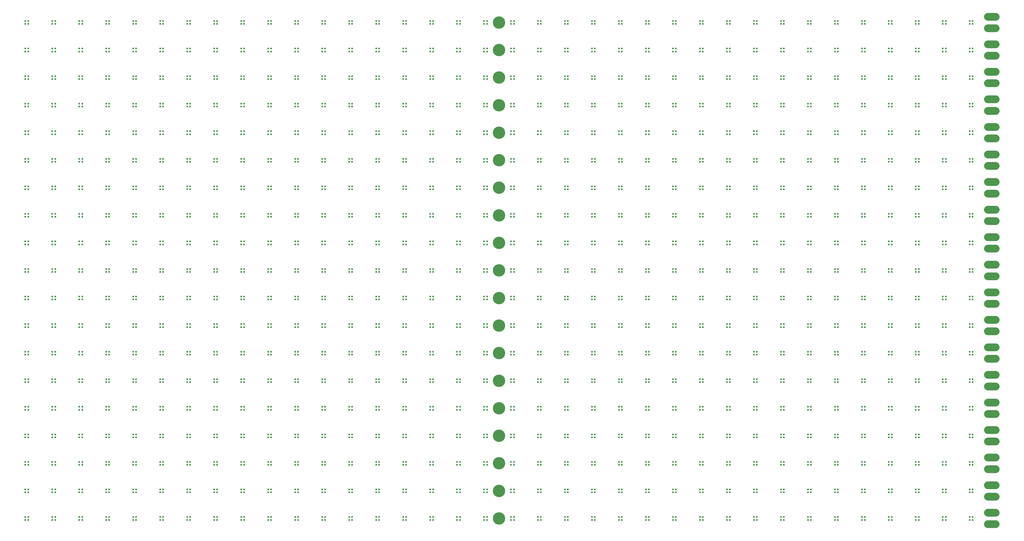
<source format=gbr>
G04 EAGLE Gerber RS-274X export*
G75*
%MOMM*%
%FSLAX34Y34*%
%LPD*%
%INSoldermask Bottom*%
%IPPOS*%
%AMOC8*
5,1,8,0,0,1.08239X$1,22.5*%
G01*
%ADD10C,4.050800*%
%ADD11C,2.550800*%
%ADD12R,0.600800X0.600800*%


D10*
X1665000Y670000D03*
X1665000Y1300000D03*
X1665000Y1120000D03*
X1665000Y760000D03*
X1665000Y850000D03*
X1665000Y1030000D03*
X1665000Y940000D03*
X1665000Y1210000D03*
X1665000Y1660000D03*
X1665000Y1480000D03*
X1665000Y1390000D03*
X1665000Y1570000D03*
X1665000Y1750000D03*
X1665000Y400000D03*
X1665000Y580000D03*
X1665000Y490000D03*
X1665000Y130000D03*
X1665000Y220000D03*
X1665000Y310000D03*
D11*
X3259688Y111250D02*
X3284688Y111250D01*
X3284688Y148750D02*
X3259688Y148750D01*
D12*
X3200250Y134750D03*
X3200250Y125250D03*
X3209750Y125250D03*
X3209750Y134750D03*
X3112250Y134750D03*
X3112250Y125250D03*
X3121750Y125250D03*
X3121750Y134750D03*
X3024250Y134750D03*
X3024250Y125250D03*
X3033750Y125250D03*
X3033750Y134750D03*
X2936250Y134750D03*
X2936250Y125250D03*
X2945750Y125250D03*
X2945750Y134750D03*
X2848250Y134750D03*
X2848250Y125250D03*
X2857750Y125250D03*
X2857750Y134750D03*
X2760250Y134750D03*
X2760250Y125250D03*
X2769750Y125250D03*
X2769750Y134750D03*
X2672250Y134750D03*
X2672250Y125250D03*
X2681750Y125250D03*
X2681750Y134750D03*
X2584250Y134750D03*
X2584250Y125250D03*
X2593750Y125250D03*
X2593750Y134750D03*
X2496250Y134750D03*
X2496250Y125250D03*
X2505750Y125250D03*
X2505750Y134750D03*
X2408250Y134750D03*
X2408250Y125250D03*
X2417750Y125250D03*
X2417750Y134750D03*
X2320250Y134750D03*
X2320250Y125250D03*
X2329750Y125250D03*
X2329750Y134750D03*
X2232250Y134750D03*
X2232250Y125250D03*
X2241750Y125250D03*
X2241750Y134750D03*
X2144250Y134750D03*
X2144250Y125250D03*
X2153750Y125250D03*
X2153750Y134750D03*
X2056250Y134750D03*
X2056250Y125250D03*
X2065750Y125250D03*
X2065750Y134750D03*
X1968250Y134750D03*
X1968250Y125250D03*
X1977750Y125250D03*
X1977750Y134750D03*
X1880250Y134750D03*
X1880250Y125250D03*
X1889750Y125250D03*
X1889750Y134750D03*
X1792250Y134750D03*
X1792250Y125250D03*
X1801750Y125250D03*
X1801750Y134750D03*
X1704250Y134750D03*
X1704250Y125250D03*
X1713750Y125250D03*
X1713750Y134750D03*
X1616250Y134750D03*
X1616250Y125250D03*
X1625750Y125250D03*
X1625750Y134750D03*
X1528250Y134750D03*
X1528250Y125250D03*
X1537750Y125250D03*
X1537750Y134750D03*
X1440250Y134750D03*
X1440250Y125250D03*
X1449750Y125250D03*
X1449750Y134750D03*
X1352250Y134750D03*
X1352250Y125250D03*
X1361750Y125250D03*
X1361750Y134750D03*
X1264250Y134750D03*
X1264250Y125250D03*
X1273750Y125250D03*
X1273750Y134750D03*
X1176250Y134750D03*
X1176250Y125250D03*
X1185750Y125250D03*
X1185750Y134750D03*
X1088250Y134750D03*
X1088250Y125250D03*
X1097750Y125250D03*
X1097750Y134750D03*
X1000250Y134750D03*
X1000250Y125250D03*
X1009750Y125250D03*
X1009750Y134750D03*
X912250Y134750D03*
X912250Y125250D03*
X921750Y125250D03*
X921750Y134750D03*
X824250Y134750D03*
X824250Y125250D03*
X833750Y125250D03*
X833750Y134750D03*
X736250Y134750D03*
X736250Y125250D03*
X745750Y125250D03*
X745750Y134750D03*
X648250Y134750D03*
X648250Y125250D03*
X657750Y125250D03*
X657750Y134750D03*
X560250Y134750D03*
X560250Y125250D03*
X569750Y125250D03*
X569750Y134750D03*
X472250Y134750D03*
X472250Y125250D03*
X481750Y125250D03*
X481750Y134750D03*
X384250Y134750D03*
X384250Y125250D03*
X393750Y125250D03*
X393750Y134750D03*
X296250Y134750D03*
X296250Y125250D03*
X305750Y125250D03*
X305750Y134750D03*
X208250Y134750D03*
X208250Y125250D03*
X217750Y125250D03*
X217750Y134750D03*
X120250Y134750D03*
X120250Y125250D03*
X129750Y125250D03*
X129750Y134750D03*
D11*
X3259688Y201250D02*
X3284688Y201250D01*
X3284688Y238750D02*
X3259688Y238750D01*
D12*
X3200250Y224750D03*
X3200250Y215250D03*
X3209750Y215250D03*
X3209750Y224750D03*
X3112250Y224750D03*
X3112250Y215250D03*
X3121750Y215250D03*
X3121750Y224750D03*
X3024250Y224750D03*
X3024250Y215250D03*
X3033750Y215250D03*
X3033750Y224750D03*
X2936250Y224750D03*
X2936250Y215250D03*
X2945750Y215250D03*
X2945750Y224750D03*
X2848250Y224750D03*
X2848250Y215250D03*
X2857750Y215250D03*
X2857750Y224750D03*
X2760250Y224750D03*
X2760250Y215250D03*
X2769750Y215250D03*
X2769750Y224750D03*
X2672250Y224750D03*
X2672250Y215250D03*
X2681750Y215250D03*
X2681750Y224750D03*
X2584250Y224750D03*
X2584250Y215250D03*
X2593750Y215250D03*
X2593750Y224750D03*
X2496250Y224750D03*
X2496250Y215250D03*
X2505750Y215250D03*
X2505750Y224750D03*
X2408250Y224750D03*
X2408250Y215250D03*
X2417750Y215250D03*
X2417750Y224750D03*
X2320250Y224750D03*
X2320250Y215250D03*
X2329750Y215250D03*
X2329750Y224750D03*
X2232250Y224750D03*
X2232250Y215250D03*
X2241750Y215250D03*
X2241750Y224750D03*
X2144250Y224750D03*
X2144250Y215250D03*
X2153750Y215250D03*
X2153750Y224750D03*
X2056250Y224750D03*
X2056250Y215250D03*
X2065750Y215250D03*
X2065750Y224750D03*
X1968250Y224750D03*
X1968250Y215250D03*
X1977750Y215250D03*
X1977750Y224750D03*
X1880250Y224750D03*
X1880250Y215250D03*
X1889750Y215250D03*
X1889750Y224750D03*
X1792250Y224750D03*
X1792250Y215250D03*
X1801750Y215250D03*
X1801750Y224750D03*
X1704250Y224750D03*
X1704250Y215250D03*
X1713750Y215250D03*
X1713750Y224750D03*
X1616250Y224750D03*
X1616250Y215250D03*
X1625750Y215250D03*
X1625750Y224750D03*
X1528250Y224750D03*
X1528250Y215250D03*
X1537750Y215250D03*
X1537750Y224750D03*
X1440250Y224750D03*
X1440250Y215250D03*
X1449750Y215250D03*
X1449750Y224750D03*
X1352250Y224750D03*
X1352250Y215250D03*
X1361750Y215250D03*
X1361750Y224750D03*
X1264250Y224750D03*
X1264250Y215250D03*
X1273750Y215250D03*
X1273750Y224750D03*
X1176250Y224750D03*
X1176250Y215250D03*
X1185750Y215250D03*
X1185750Y224750D03*
X1088250Y224750D03*
X1088250Y215250D03*
X1097750Y215250D03*
X1097750Y224750D03*
X1000250Y224750D03*
X1000250Y215250D03*
X1009750Y215250D03*
X1009750Y224750D03*
X912250Y224750D03*
X912250Y215250D03*
X921750Y215250D03*
X921750Y224750D03*
X824250Y224750D03*
X824250Y215250D03*
X833750Y215250D03*
X833750Y224750D03*
X736250Y224750D03*
X736250Y215250D03*
X745750Y215250D03*
X745750Y224750D03*
X648250Y224750D03*
X648250Y215250D03*
X657750Y215250D03*
X657750Y224750D03*
X560250Y224750D03*
X560250Y215250D03*
X569750Y215250D03*
X569750Y224750D03*
X472250Y224750D03*
X472250Y215250D03*
X481750Y215250D03*
X481750Y224750D03*
X384250Y224750D03*
X384250Y215250D03*
X393750Y215250D03*
X393750Y224750D03*
X296250Y224750D03*
X296250Y215250D03*
X305750Y215250D03*
X305750Y224750D03*
X208250Y224750D03*
X208250Y215250D03*
X217750Y215250D03*
X217750Y224750D03*
X120250Y224750D03*
X120250Y215250D03*
X129750Y215250D03*
X129750Y224750D03*
D11*
X3259688Y291250D02*
X3284688Y291250D01*
X3284688Y328750D02*
X3259688Y328750D01*
D12*
X3200250Y314750D03*
X3200250Y305250D03*
X3209750Y305250D03*
X3209750Y314750D03*
X3112250Y314750D03*
X3112250Y305250D03*
X3121750Y305250D03*
X3121750Y314750D03*
X3024250Y314750D03*
X3024250Y305250D03*
X3033750Y305250D03*
X3033750Y314750D03*
X2936250Y314750D03*
X2936250Y305250D03*
X2945750Y305250D03*
X2945750Y314750D03*
X2848250Y314750D03*
X2848250Y305250D03*
X2857750Y305250D03*
X2857750Y314750D03*
X2760250Y314750D03*
X2760250Y305250D03*
X2769750Y305250D03*
X2769750Y314750D03*
X2672250Y314750D03*
X2672250Y305250D03*
X2681750Y305250D03*
X2681750Y314750D03*
X2584250Y314750D03*
X2584250Y305250D03*
X2593750Y305250D03*
X2593750Y314750D03*
X2496250Y314750D03*
X2496250Y305250D03*
X2505750Y305250D03*
X2505750Y314750D03*
X2408250Y314750D03*
X2408250Y305250D03*
X2417750Y305250D03*
X2417750Y314750D03*
X2320250Y314750D03*
X2320250Y305250D03*
X2329750Y305250D03*
X2329750Y314750D03*
X2232250Y314750D03*
X2232250Y305250D03*
X2241750Y305250D03*
X2241750Y314750D03*
X2144250Y314750D03*
X2144250Y305250D03*
X2153750Y305250D03*
X2153750Y314750D03*
X2056250Y314750D03*
X2056250Y305250D03*
X2065750Y305250D03*
X2065750Y314750D03*
X1968250Y314750D03*
X1968250Y305250D03*
X1977750Y305250D03*
X1977750Y314750D03*
X1880250Y314750D03*
X1880250Y305250D03*
X1889750Y305250D03*
X1889750Y314750D03*
X1792250Y314750D03*
X1792250Y305250D03*
X1801750Y305250D03*
X1801750Y314750D03*
X1704250Y314750D03*
X1704250Y305250D03*
X1713750Y305250D03*
X1713750Y314750D03*
X1616250Y314750D03*
X1616250Y305250D03*
X1625750Y305250D03*
X1625750Y314750D03*
X1528250Y314750D03*
X1528250Y305250D03*
X1537750Y305250D03*
X1537750Y314750D03*
X1440250Y314750D03*
X1440250Y305250D03*
X1449750Y305250D03*
X1449750Y314750D03*
X1352250Y314750D03*
X1352250Y305250D03*
X1361750Y305250D03*
X1361750Y314750D03*
X1264250Y314750D03*
X1264250Y305250D03*
X1273750Y305250D03*
X1273750Y314750D03*
X1176250Y314750D03*
X1176250Y305250D03*
X1185750Y305250D03*
X1185750Y314750D03*
X1088250Y314750D03*
X1088250Y305250D03*
X1097750Y305250D03*
X1097750Y314750D03*
X1000250Y314750D03*
X1000250Y305250D03*
X1009750Y305250D03*
X1009750Y314750D03*
X912250Y314750D03*
X912250Y305250D03*
X921750Y305250D03*
X921750Y314750D03*
X824250Y314750D03*
X824250Y305250D03*
X833750Y305250D03*
X833750Y314750D03*
X736250Y314750D03*
X736250Y305250D03*
X745750Y305250D03*
X745750Y314750D03*
X648250Y314750D03*
X648250Y305250D03*
X657750Y305250D03*
X657750Y314750D03*
X560250Y314750D03*
X560250Y305250D03*
X569750Y305250D03*
X569750Y314750D03*
X472250Y314750D03*
X472250Y305250D03*
X481750Y305250D03*
X481750Y314750D03*
X384250Y314750D03*
X384250Y305250D03*
X393750Y305250D03*
X393750Y314750D03*
X296250Y314750D03*
X296250Y305250D03*
X305750Y305250D03*
X305750Y314750D03*
X208250Y314750D03*
X208250Y305250D03*
X217750Y305250D03*
X217750Y314750D03*
X120250Y314750D03*
X120250Y305250D03*
X129750Y305250D03*
X129750Y314750D03*
D11*
X3259688Y381250D02*
X3284688Y381250D01*
X3284688Y418750D02*
X3259688Y418750D01*
D12*
X3200250Y404750D03*
X3200250Y395250D03*
X3209750Y395250D03*
X3209750Y404750D03*
X3112250Y404750D03*
X3112250Y395250D03*
X3121750Y395250D03*
X3121750Y404750D03*
X3024250Y404750D03*
X3024250Y395250D03*
X3033750Y395250D03*
X3033750Y404750D03*
X2936250Y404750D03*
X2936250Y395250D03*
X2945750Y395250D03*
X2945750Y404750D03*
X2848250Y404750D03*
X2848250Y395250D03*
X2857750Y395250D03*
X2857750Y404750D03*
X2760250Y404750D03*
X2760250Y395250D03*
X2769750Y395250D03*
X2769750Y404750D03*
X2672250Y404750D03*
X2672250Y395250D03*
X2681750Y395250D03*
X2681750Y404750D03*
X2584250Y404750D03*
X2584250Y395250D03*
X2593750Y395250D03*
X2593750Y404750D03*
X2496250Y404750D03*
X2496250Y395250D03*
X2505750Y395250D03*
X2505750Y404750D03*
X2408250Y404750D03*
X2408250Y395250D03*
X2417750Y395250D03*
X2417750Y404750D03*
X2320250Y404750D03*
X2320250Y395250D03*
X2329750Y395250D03*
X2329750Y404750D03*
X2232250Y404750D03*
X2232250Y395250D03*
X2241750Y395250D03*
X2241750Y404750D03*
X2144250Y404750D03*
X2144250Y395250D03*
X2153750Y395250D03*
X2153750Y404750D03*
X2056250Y404750D03*
X2056250Y395250D03*
X2065750Y395250D03*
X2065750Y404750D03*
X1968250Y404750D03*
X1968250Y395250D03*
X1977750Y395250D03*
X1977750Y404750D03*
X1880250Y404750D03*
X1880250Y395250D03*
X1889750Y395250D03*
X1889750Y404750D03*
X1792250Y404750D03*
X1792250Y395250D03*
X1801750Y395250D03*
X1801750Y404750D03*
X1704250Y404750D03*
X1704250Y395250D03*
X1713750Y395250D03*
X1713750Y404750D03*
X1616250Y404750D03*
X1616250Y395250D03*
X1625750Y395250D03*
X1625750Y404750D03*
X1528250Y404750D03*
X1528250Y395250D03*
X1537750Y395250D03*
X1537750Y404750D03*
X1440250Y404750D03*
X1440250Y395250D03*
X1449750Y395250D03*
X1449750Y404750D03*
X1352250Y404750D03*
X1352250Y395250D03*
X1361750Y395250D03*
X1361750Y404750D03*
X1264250Y404750D03*
X1264250Y395250D03*
X1273750Y395250D03*
X1273750Y404750D03*
X1176250Y404750D03*
X1176250Y395250D03*
X1185750Y395250D03*
X1185750Y404750D03*
X1088250Y404750D03*
X1088250Y395250D03*
X1097750Y395250D03*
X1097750Y404750D03*
X1000250Y404750D03*
X1000250Y395250D03*
X1009750Y395250D03*
X1009750Y404750D03*
X912250Y404750D03*
X912250Y395250D03*
X921750Y395250D03*
X921750Y404750D03*
X824250Y404750D03*
X824250Y395250D03*
X833750Y395250D03*
X833750Y404750D03*
X736250Y404750D03*
X736250Y395250D03*
X745750Y395250D03*
X745750Y404750D03*
X648250Y404750D03*
X648250Y395250D03*
X657750Y395250D03*
X657750Y404750D03*
X560250Y404750D03*
X560250Y395250D03*
X569750Y395250D03*
X569750Y404750D03*
X472250Y404750D03*
X472250Y395250D03*
X481750Y395250D03*
X481750Y404750D03*
X384250Y404750D03*
X384250Y395250D03*
X393750Y395250D03*
X393750Y404750D03*
X296250Y404750D03*
X296250Y395250D03*
X305750Y395250D03*
X305750Y404750D03*
X208250Y404750D03*
X208250Y395250D03*
X217750Y395250D03*
X217750Y404750D03*
X120250Y404750D03*
X120250Y395250D03*
X129750Y395250D03*
X129750Y404750D03*
D11*
X3259688Y471250D02*
X3284688Y471250D01*
X3284688Y508750D02*
X3259688Y508750D01*
D12*
X3200250Y494750D03*
X3200250Y485250D03*
X3209750Y485250D03*
X3209750Y494750D03*
X3112250Y494750D03*
X3112250Y485250D03*
X3121750Y485250D03*
X3121750Y494750D03*
X3024250Y494750D03*
X3024250Y485250D03*
X3033750Y485250D03*
X3033750Y494750D03*
X2936250Y494750D03*
X2936250Y485250D03*
X2945750Y485250D03*
X2945750Y494750D03*
X2848250Y494750D03*
X2848250Y485250D03*
X2857750Y485250D03*
X2857750Y494750D03*
X2760250Y494750D03*
X2760250Y485250D03*
X2769750Y485250D03*
X2769750Y494750D03*
X2672250Y494750D03*
X2672250Y485250D03*
X2681750Y485250D03*
X2681750Y494750D03*
X2584250Y494750D03*
X2584250Y485250D03*
X2593750Y485250D03*
X2593750Y494750D03*
X2496250Y494750D03*
X2496250Y485250D03*
X2505750Y485250D03*
X2505750Y494750D03*
X2408250Y494750D03*
X2408250Y485250D03*
X2417750Y485250D03*
X2417750Y494750D03*
X2320250Y494750D03*
X2320250Y485250D03*
X2329750Y485250D03*
X2329750Y494750D03*
X2232250Y494750D03*
X2232250Y485250D03*
X2241750Y485250D03*
X2241750Y494750D03*
X2144250Y494750D03*
X2144250Y485250D03*
X2153750Y485250D03*
X2153750Y494750D03*
X2056250Y494750D03*
X2056250Y485250D03*
X2065750Y485250D03*
X2065750Y494750D03*
X1968250Y494750D03*
X1968250Y485250D03*
X1977750Y485250D03*
X1977750Y494750D03*
X1880250Y494750D03*
X1880250Y485250D03*
X1889750Y485250D03*
X1889750Y494750D03*
X1792250Y494750D03*
X1792250Y485250D03*
X1801750Y485250D03*
X1801750Y494750D03*
X1704250Y494750D03*
X1704250Y485250D03*
X1713750Y485250D03*
X1713750Y494750D03*
X1616250Y494750D03*
X1616250Y485250D03*
X1625750Y485250D03*
X1625750Y494750D03*
X1528250Y494750D03*
X1528250Y485250D03*
X1537750Y485250D03*
X1537750Y494750D03*
X1440250Y494750D03*
X1440250Y485250D03*
X1449750Y485250D03*
X1449750Y494750D03*
X1352250Y494750D03*
X1352250Y485250D03*
X1361750Y485250D03*
X1361750Y494750D03*
X1264250Y494750D03*
X1264250Y485250D03*
X1273750Y485250D03*
X1273750Y494750D03*
X1176250Y494750D03*
X1176250Y485250D03*
X1185750Y485250D03*
X1185750Y494750D03*
X1088250Y494750D03*
X1088250Y485250D03*
X1097750Y485250D03*
X1097750Y494750D03*
X1000250Y494750D03*
X1000250Y485250D03*
X1009750Y485250D03*
X1009750Y494750D03*
X912250Y494750D03*
X912250Y485250D03*
X921750Y485250D03*
X921750Y494750D03*
X824250Y494750D03*
X824250Y485250D03*
X833750Y485250D03*
X833750Y494750D03*
X736250Y494750D03*
X736250Y485250D03*
X745750Y485250D03*
X745750Y494750D03*
X648250Y494750D03*
X648250Y485250D03*
X657750Y485250D03*
X657750Y494750D03*
X560250Y494750D03*
X560250Y485250D03*
X569750Y485250D03*
X569750Y494750D03*
X472250Y494750D03*
X472250Y485250D03*
X481750Y485250D03*
X481750Y494750D03*
X384250Y494750D03*
X384250Y485250D03*
X393750Y485250D03*
X393750Y494750D03*
X296250Y494750D03*
X296250Y485250D03*
X305750Y485250D03*
X305750Y494750D03*
X208250Y494750D03*
X208250Y485250D03*
X217750Y485250D03*
X217750Y494750D03*
X120250Y494750D03*
X120250Y485250D03*
X129750Y485250D03*
X129750Y494750D03*
D11*
X3259688Y561250D02*
X3284688Y561250D01*
X3284688Y598750D02*
X3259688Y598750D01*
D12*
X3200250Y584750D03*
X3200250Y575250D03*
X3209750Y575250D03*
X3209750Y584750D03*
X3112250Y584750D03*
X3112250Y575250D03*
X3121750Y575250D03*
X3121750Y584750D03*
X3024250Y584750D03*
X3024250Y575250D03*
X3033750Y575250D03*
X3033750Y584750D03*
X2936250Y584750D03*
X2936250Y575250D03*
X2945750Y575250D03*
X2945750Y584750D03*
X2848250Y584750D03*
X2848250Y575250D03*
X2857750Y575250D03*
X2857750Y584750D03*
X2760250Y584750D03*
X2760250Y575250D03*
X2769750Y575250D03*
X2769750Y584750D03*
X2672250Y584750D03*
X2672250Y575250D03*
X2681750Y575250D03*
X2681750Y584750D03*
X2584250Y584750D03*
X2584250Y575250D03*
X2593750Y575250D03*
X2593750Y584750D03*
X2496250Y584750D03*
X2496250Y575250D03*
X2505750Y575250D03*
X2505750Y584750D03*
X2408250Y584750D03*
X2408250Y575250D03*
X2417750Y575250D03*
X2417750Y584750D03*
X2320250Y584750D03*
X2320250Y575250D03*
X2329750Y575250D03*
X2329750Y584750D03*
X2232250Y584750D03*
X2232250Y575250D03*
X2241750Y575250D03*
X2241750Y584750D03*
X2144250Y584750D03*
X2144250Y575250D03*
X2153750Y575250D03*
X2153750Y584750D03*
X2056250Y584750D03*
X2056250Y575250D03*
X2065750Y575250D03*
X2065750Y584750D03*
X1968250Y584750D03*
X1968250Y575250D03*
X1977750Y575250D03*
X1977750Y584750D03*
X1880250Y584750D03*
X1880250Y575250D03*
X1889750Y575250D03*
X1889750Y584750D03*
X1792250Y584750D03*
X1792250Y575250D03*
X1801750Y575250D03*
X1801750Y584750D03*
X1704250Y584750D03*
X1704250Y575250D03*
X1713750Y575250D03*
X1713750Y584750D03*
X1616250Y584750D03*
X1616250Y575250D03*
X1625750Y575250D03*
X1625750Y584750D03*
X1528250Y584750D03*
X1528250Y575250D03*
X1537750Y575250D03*
X1537750Y584750D03*
X1440250Y584750D03*
X1440250Y575250D03*
X1449750Y575250D03*
X1449750Y584750D03*
X1352250Y584750D03*
X1352250Y575250D03*
X1361750Y575250D03*
X1361750Y584750D03*
X1264250Y584750D03*
X1264250Y575250D03*
X1273750Y575250D03*
X1273750Y584750D03*
X1176250Y584750D03*
X1176250Y575250D03*
X1185750Y575250D03*
X1185750Y584750D03*
X1088250Y584750D03*
X1088250Y575250D03*
X1097750Y575250D03*
X1097750Y584750D03*
X1000250Y584750D03*
X1000250Y575250D03*
X1009750Y575250D03*
X1009750Y584750D03*
X912250Y584750D03*
X912250Y575250D03*
X921750Y575250D03*
X921750Y584750D03*
X824250Y584750D03*
X824250Y575250D03*
X833750Y575250D03*
X833750Y584750D03*
X736250Y584750D03*
X736250Y575250D03*
X745750Y575250D03*
X745750Y584750D03*
X648250Y584750D03*
X648250Y575250D03*
X657750Y575250D03*
X657750Y584750D03*
X560250Y584750D03*
X560250Y575250D03*
X569750Y575250D03*
X569750Y584750D03*
X472250Y584750D03*
X472250Y575250D03*
X481750Y575250D03*
X481750Y584750D03*
X384250Y584750D03*
X384250Y575250D03*
X393750Y575250D03*
X393750Y584750D03*
X296250Y584750D03*
X296250Y575250D03*
X305750Y575250D03*
X305750Y584750D03*
X208250Y584750D03*
X208250Y575250D03*
X217750Y575250D03*
X217750Y584750D03*
X120250Y584750D03*
X120250Y575250D03*
X129750Y575250D03*
X129750Y584750D03*
D11*
X3259688Y651250D02*
X3284688Y651250D01*
X3284688Y688750D02*
X3259688Y688750D01*
D12*
X3200250Y674750D03*
X3200250Y665250D03*
X3209750Y665250D03*
X3209750Y674750D03*
X3112250Y674750D03*
X3112250Y665250D03*
X3121750Y665250D03*
X3121750Y674750D03*
X3024250Y674750D03*
X3024250Y665250D03*
X3033750Y665250D03*
X3033750Y674750D03*
X2936250Y674750D03*
X2936250Y665250D03*
X2945750Y665250D03*
X2945750Y674750D03*
X2848250Y674750D03*
X2848250Y665250D03*
X2857750Y665250D03*
X2857750Y674750D03*
X2760250Y674750D03*
X2760250Y665250D03*
X2769750Y665250D03*
X2769750Y674750D03*
X2672250Y674750D03*
X2672250Y665250D03*
X2681750Y665250D03*
X2681750Y674750D03*
X2584250Y674750D03*
X2584250Y665250D03*
X2593750Y665250D03*
X2593750Y674750D03*
X2496250Y674750D03*
X2496250Y665250D03*
X2505750Y665250D03*
X2505750Y674750D03*
X2408250Y674750D03*
X2408250Y665250D03*
X2417750Y665250D03*
X2417750Y674750D03*
X2320250Y674750D03*
X2320250Y665250D03*
X2329750Y665250D03*
X2329750Y674750D03*
X2232250Y674750D03*
X2232250Y665250D03*
X2241750Y665250D03*
X2241750Y674750D03*
X2144250Y674750D03*
X2144250Y665250D03*
X2153750Y665250D03*
X2153750Y674750D03*
X2056250Y674750D03*
X2056250Y665250D03*
X2065750Y665250D03*
X2065750Y674750D03*
X1968250Y674750D03*
X1968250Y665250D03*
X1977750Y665250D03*
X1977750Y674750D03*
X1880250Y674750D03*
X1880250Y665250D03*
X1889750Y665250D03*
X1889750Y674750D03*
X1792250Y674750D03*
X1792250Y665250D03*
X1801750Y665250D03*
X1801750Y674750D03*
X1704250Y674750D03*
X1704250Y665250D03*
X1713750Y665250D03*
X1713750Y674750D03*
X1616250Y674750D03*
X1616250Y665250D03*
X1625750Y665250D03*
X1625750Y674750D03*
X1528250Y674750D03*
X1528250Y665250D03*
X1537750Y665250D03*
X1537750Y674750D03*
X1440250Y674750D03*
X1440250Y665250D03*
X1449750Y665250D03*
X1449750Y674750D03*
X1352250Y674750D03*
X1352250Y665250D03*
X1361750Y665250D03*
X1361750Y674750D03*
X1264250Y674750D03*
X1264250Y665250D03*
X1273750Y665250D03*
X1273750Y674750D03*
X1176250Y674750D03*
X1176250Y665250D03*
X1185750Y665250D03*
X1185750Y674750D03*
X1088250Y674750D03*
X1088250Y665250D03*
X1097750Y665250D03*
X1097750Y674750D03*
X1000250Y674750D03*
X1000250Y665250D03*
X1009750Y665250D03*
X1009750Y674750D03*
X912250Y674750D03*
X912250Y665250D03*
X921750Y665250D03*
X921750Y674750D03*
X824250Y674750D03*
X824250Y665250D03*
X833750Y665250D03*
X833750Y674750D03*
X736250Y674750D03*
X736250Y665250D03*
X745750Y665250D03*
X745750Y674750D03*
X648250Y674750D03*
X648250Y665250D03*
X657750Y665250D03*
X657750Y674750D03*
X560250Y674750D03*
X560250Y665250D03*
X569750Y665250D03*
X569750Y674750D03*
X472250Y674750D03*
X472250Y665250D03*
X481750Y665250D03*
X481750Y674750D03*
X384250Y674750D03*
X384250Y665250D03*
X393750Y665250D03*
X393750Y674750D03*
X296250Y674750D03*
X296250Y665250D03*
X305750Y665250D03*
X305750Y674750D03*
X208250Y674750D03*
X208250Y665250D03*
X217750Y665250D03*
X217750Y674750D03*
X120250Y674750D03*
X120250Y665250D03*
X129750Y665250D03*
X129750Y674750D03*
D11*
X3259688Y741250D02*
X3284688Y741250D01*
X3284688Y778750D02*
X3259688Y778750D01*
D12*
X3200250Y764750D03*
X3200250Y755250D03*
X3209750Y755250D03*
X3209750Y764750D03*
X3112250Y764750D03*
X3112250Y755250D03*
X3121750Y755250D03*
X3121750Y764750D03*
X3024250Y764750D03*
X3024250Y755250D03*
X3033750Y755250D03*
X3033750Y764750D03*
X2936250Y764750D03*
X2936250Y755250D03*
X2945750Y755250D03*
X2945750Y764750D03*
X2848250Y764750D03*
X2848250Y755250D03*
X2857750Y755250D03*
X2857750Y764750D03*
X2760250Y764750D03*
X2760250Y755250D03*
X2769750Y755250D03*
X2769750Y764750D03*
X2672250Y764750D03*
X2672250Y755250D03*
X2681750Y755250D03*
X2681750Y764750D03*
X2584250Y764750D03*
X2584250Y755250D03*
X2593750Y755250D03*
X2593750Y764750D03*
X2496250Y764750D03*
X2496250Y755250D03*
X2505750Y755250D03*
X2505750Y764750D03*
X2408250Y764750D03*
X2408250Y755250D03*
X2417750Y755250D03*
X2417750Y764750D03*
X2320250Y764750D03*
X2320250Y755250D03*
X2329750Y755250D03*
X2329750Y764750D03*
X2232250Y764750D03*
X2232250Y755250D03*
X2241750Y755250D03*
X2241750Y764750D03*
X2144250Y764750D03*
X2144250Y755250D03*
X2153750Y755250D03*
X2153750Y764750D03*
X2056250Y764750D03*
X2056250Y755250D03*
X2065750Y755250D03*
X2065750Y764750D03*
X1968250Y764750D03*
X1968250Y755250D03*
X1977750Y755250D03*
X1977750Y764750D03*
X1880250Y764750D03*
X1880250Y755250D03*
X1889750Y755250D03*
X1889750Y764750D03*
X1792250Y764750D03*
X1792250Y755250D03*
X1801750Y755250D03*
X1801750Y764750D03*
X1704250Y764750D03*
X1704250Y755250D03*
X1713750Y755250D03*
X1713750Y764750D03*
X1616250Y764750D03*
X1616250Y755250D03*
X1625750Y755250D03*
X1625750Y764750D03*
X1528250Y764750D03*
X1528250Y755250D03*
X1537750Y755250D03*
X1537750Y764750D03*
X1440250Y764750D03*
X1440250Y755250D03*
X1449750Y755250D03*
X1449750Y764750D03*
X1352250Y764750D03*
X1352250Y755250D03*
X1361750Y755250D03*
X1361750Y764750D03*
X1264250Y764750D03*
X1264250Y755250D03*
X1273750Y755250D03*
X1273750Y764750D03*
X1176250Y764750D03*
X1176250Y755250D03*
X1185750Y755250D03*
X1185750Y764750D03*
X1088250Y764750D03*
X1088250Y755250D03*
X1097750Y755250D03*
X1097750Y764750D03*
X1000250Y764750D03*
X1000250Y755250D03*
X1009750Y755250D03*
X1009750Y764750D03*
X912250Y764750D03*
X912250Y755250D03*
X921750Y755250D03*
X921750Y764750D03*
X824250Y764750D03*
X824250Y755250D03*
X833750Y755250D03*
X833750Y764750D03*
X736250Y764750D03*
X736250Y755250D03*
X745750Y755250D03*
X745750Y764750D03*
X648250Y764750D03*
X648250Y755250D03*
X657750Y755250D03*
X657750Y764750D03*
X560250Y764750D03*
X560250Y755250D03*
X569750Y755250D03*
X569750Y764750D03*
X472250Y764750D03*
X472250Y755250D03*
X481750Y755250D03*
X481750Y764750D03*
X384250Y764750D03*
X384250Y755250D03*
X393750Y755250D03*
X393750Y764750D03*
X296250Y764750D03*
X296250Y755250D03*
X305750Y755250D03*
X305750Y764750D03*
X208250Y764750D03*
X208250Y755250D03*
X217750Y755250D03*
X217750Y764750D03*
X120250Y764750D03*
X120250Y755250D03*
X129750Y755250D03*
X129750Y764750D03*
D11*
X3259688Y831250D02*
X3284688Y831250D01*
X3284688Y868750D02*
X3259688Y868750D01*
D12*
X3200250Y854750D03*
X3200250Y845250D03*
X3209750Y845250D03*
X3209750Y854750D03*
X3112250Y854750D03*
X3112250Y845250D03*
X3121750Y845250D03*
X3121750Y854750D03*
X3024250Y854750D03*
X3024250Y845250D03*
X3033750Y845250D03*
X3033750Y854750D03*
X2936250Y854750D03*
X2936250Y845250D03*
X2945750Y845250D03*
X2945750Y854750D03*
X2848250Y854750D03*
X2848250Y845250D03*
X2857750Y845250D03*
X2857750Y854750D03*
X2760250Y854750D03*
X2760250Y845250D03*
X2769750Y845250D03*
X2769750Y854750D03*
X2672250Y854750D03*
X2672250Y845250D03*
X2681750Y845250D03*
X2681750Y854750D03*
X2584250Y854750D03*
X2584250Y845250D03*
X2593750Y845250D03*
X2593750Y854750D03*
X2496250Y854750D03*
X2496250Y845250D03*
X2505750Y845250D03*
X2505750Y854750D03*
X2408250Y854750D03*
X2408250Y845250D03*
X2417750Y845250D03*
X2417750Y854750D03*
X2320250Y854750D03*
X2320250Y845250D03*
X2329750Y845250D03*
X2329750Y854750D03*
X2232250Y854750D03*
X2232250Y845250D03*
X2241750Y845250D03*
X2241750Y854750D03*
X2144250Y854750D03*
X2144250Y845250D03*
X2153750Y845250D03*
X2153750Y854750D03*
X2056250Y854750D03*
X2056250Y845250D03*
X2065750Y845250D03*
X2065750Y854750D03*
X1968250Y854750D03*
X1968250Y845250D03*
X1977750Y845250D03*
X1977750Y854750D03*
X1880250Y854750D03*
X1880250Y845250D03*
X1889750Y845250D03*
X1889750Y854750D03*
X1792250Y854750D03*
X1792250Y845250D03*
X1801750Y845250D03*
X1801750Y854750D03*
X1704250Y854750D03*
X1704250Y845250D03*
X1713750Y845250D03*
X1713750Y854750D03*
X1616250Y854750D03*
X1616250Y845250D03*
X1625750Y845250D03*
X1625750Y854750D03*
X1528250Y854750D03*
X1528250Y845250D03*
X1537750Y845250D03*
X1537750Y854750D03*
X1440250Y854750D03*
X1440250Y845250D03*
X1449750Y845250D03*
X1449750Y854750D03*
X1352250Y854750D03*
X1352250Y845250D03*
X1361750Y845250D03*
X1361750Y854750D03*
X1264250Y854750D03*
X1264250Y845250D03*
X1273750Y845250D03*
X1273750Y854750D03*
X1176250Y854750D03*
X1176250Y845250D03*
X1185750Y845250D03*
X1185750Y854750D03*
X1088250Y854750D03*
X1088250Y845250D03*
X1097750Y845250D03*
X1097750Y854750D03*
X1000250Y854750D03*
X1000250Y845250D03*
X1009750Y845250D03*
X1009750Y854750D03*
X912250Y854750D03*
X912250Y845250D03*
X921750Y845250D03*
X921750Y854750D03*
X824250Y854750D03*
X824250Y845250D03*
X833750Y845250D03*
X833750Y854750D03*
X736250Y854750D03*
X736250Y845250D03*
X745750Y845250D03*
X745750Y854750D03*
X648250Y854750D03*
X648250Y845250D03*
X657750Y845250D03*
X657750Y854750D03*
X560250Y854750D03*
X560250Y845250D03*
X569750Y845250D03*
X569750Y854750D03*
X472250Y854750D03*
X472250Y845250D03*
X481750Y845250D03*
X481750Y854750D03*
X384250Y854750D03*
X384250Y845250D03*
X393750Y845250D03*
X393750Y854750D03*
X296250Y854750D03*
X296250Y845250D03*
X305750Y845250D03*
X305750Y854750D03*
X208250Y854750D03*
X208250Y845250D03*
X217750Y845250D03*
X217750Y854750D03*
X120250Y854750D03*
X120250Y845250D03*
X129750Y845250D03*
X129750Y854750D03*
D11*
X3259688Y921250D02*
X3284688Y921250D01*
X3284688Y958750D02*
X3259688Y958750D01*
D12*
X3200250Y944750D03*
X3200250Y935250D03*
X3209750Y935250D03*
X3209750Y944750D03*
X3112250Y944750D03*
X3112250Y935250D03*
X3121750Y935250D03*
X3121750Y944750D03*
X3024250Y944750D03*
X3024250Y935250D03*
X3033750Y935250D03*
X3033750Y944750D03*
X2936250Y944750D03*
X2936250Y935250D03*
X2945750Y935250D03*
X2945750Y944750D03*
X2848250Y944750D03*
X2848250Y935250D03*
X2857750Y935250D03*
X2857750Y944750D03*
X2760250Y944750D03*
X2760250Y935250D03*
X2769750Y935250D03*
X2769750Y944750D03*
X2672250Y944750D03*
X2672250Y935250D03*
X2681750Y935250D03*
X2681750Y944750D03*
X2584250Y944750D03*
X2584250Y935250D03*
X2593750Y935250D03*
X2593750Y944750D03*
X2496250Y944750D03*
X2496250Y935250D03*
X2505750Y935250D03*
X2505750Y944750D03*
X2408250Y944750D03*
X2408250Y935250D03*
X2417750Y935250D03*
X2417750Y944750D03*
X2320250Y944750D03*
X2320250Y935250D03*
X2329750Y935250D03*
X2329750Y944750D03*
X2232250Y944750D03*
X2232250Y935250D03*
X2241750Y935250D03*
X2241750Y944750D03*
X2144250Y944750D03*
X2144250Y935250D03*
X2153750Y935250D03*
X2153750Y944750D03*
X2056250Y944750D03*
X2056250Y935250D03*
X2065750Y935250D03*
X2065750Y944750D03*
X1968250Y944750D03*
X1968250Y935250D03*
X1977750Y935250D03*
X1977750Y944750D03*
X1880250Y944750D03*
X1880250Y935250D03*
X1889750Y935250D03*
X1889750Y944750D03*
X1792250Y944750D03*
X1792250Y935250D03*
X1801750Y935250D03*
X1801750Y944750D03*
X1704250Y944750D03*
X1704250Y935250D03*
X1713750Y935250D03*
X1713750Y944750D03*
X1616250Y944750D03*
X1616250Y935250D03*
X1625750Y935250D03*
X1625750Y944750D03*
X1528250Y944750D03*
X1528250Y935250D03*
X1537750Y935250D03*
X1537750Y944750D03*
X1440250Y944750D03*
X1440250Y935250D03*
X1449750Y935250D03*
X1449750Y944750D03*
X1352250Y944750D03*
X1352250Y935250D03*
X1361750Y935250D03*
X1361750Y944750D03*
X1264250Y944750D03*
X1264250Y935250D03*
X1273750Y935250D03*
X1273750Y944750D03*
X1176250Y944750D03*
X1176250Y935250D03*
X1185750Y935250D03*
X1185750Y944750D03*
X1088250Y944750D03*
X1088250Y935250D03*
X1097750Y935250D03*
X1097750Y944750D03*
X1000250Y944750D03*
X1000250Y935250D03*
X1009750Y935250D03*
X1009750Y944750D03*
X912250Y944750D03*
X912250Y935250D03*
X921750Y935250D03*
X921750Y944750D03*
X824250Y944750D03*
X824250Y935250D03*
X833750Y935250D03*
X833750Y944750D03*
X736250Y944750D03*
X736250Y935250D03*
X745750Y935250D03*
X745750Y944750D03*
X648250Y944750D03*
X648250Y935250D03*
X657750Y935250D03*
X657750Y944750D03*
X560250Y944750D03*
X560250Y935250D03*
X569750Y935250D03*
X569750Y944750D03*
X472250Y944750D03*
X472250Y935250D03*
X481750Y935250D03*
X481750Y944750D03*
X384250Y944750D03*
X384250Y935250D03*
X393750Y935250D03*
X393750Y944750D03*
X296250Y944750D03*
X296250Y935250D03*
X305750Y935250D03*
X305750Y944750D03*
X208250Y944750D03*
X208250Y935250D03*
X217750Y935250D03*
X217750Y944750D03*
X120250Y944750D03*
X120250Y935250D03*
X129750Y935250D03*
X129750Y944750D03*
D11*
X3259688Y1011250D02*
X3284688Y1011250D01*
X3284688Y1048750D02*
X3259688Y1048750D01*
D12*
X3200250Y1034750D03*
X3200250Y1025250D03*
X3209750Y1025250D03*
X3209750Y1034750D03*
X3112250Y1034750D03*
X3112250Y1025250D03*
X3121750Y1025250D03*
X3121750Y1034750D03*
X3024250Y1034750D03*
X3024250Y1025250D03*
X3033750Y1025250D03*
X3033750Y1034750D03*
X2936250Y1034750D03*
X2936250Y1025250D03*
X2945750Y1025250D03*
X2945750Y1034750D03*
X2848250Y1034750D03*
X2848250Y1025250D03*
X2857750Y1025250D03*
X2857750Y1034750D03*
X2760250Y1034750D03*
X2760250Y1025250D03*
X2769750Y1025250D03*
X2769750Y1034750D03*
X2672250Y1034750D03*
X2672250Y1025250D03*
X2681750Y1025250D03*
X2681750Y1034750D03*
X2584250Y1034750D03*
X2584250Y1025250D03*
X2593750Y1025250D03*
X2593750Y1034750D03*
X2496250Y1034750D03*
X2496250Y1025250D03*
X2505750Y1025250D03*
X2505750Y1034750D03*
X2408250Y1034750D03*
X2408250Y1025250D03*
X2417750Y1025250D03*
X2417750Y1034750D03*
X2320250Y1034750D03*
X2320250Y1025250D03*
X2329750Y1025250D03*
X2329750Y1034750D03*
X2232250Y1034750D03*
X2232250Y1025250D03*
X2241750Y1025250D03*
X2241750Y1034750D03*
X2144250Y1034750D03*
X2144250Y1025250D03*
X2153750Y1025250D03*
X2153750Y1034750D03*
X2056250Y1034750D03*
X2056250Y1025250D03*
X2065750Y1025250D03*
X2065750Y1034750D03*
X1968250Y1034750D03*
X1968250Y1025250D03*
X1977750Y1025250D03*
X1977750Y1034750D03*
X1880250Y1034750D03*
X1880250Y1025250D03*
X1889750Y1025250D03*
X1889750Y1034750D03*
X1792250Y1034750D03*
X1792250Y1025250D03*
X1801750Y1025250D03*
X1801750Y1034750D03*
X1704250Y1034750D03*
X1704250Y1025250D03*
X1713750Y1025250D03*
X1713750Y1034750D03*
X1616250Y1034750D03*
X1616250Y1025250D03*
X1625750Y1025250D03*
X1625750Y1034750D03*
X1528250Y1034750D03*
X1528250Y1025250D03*
X1537750Y1025250D03*
X1537750Y1034750D03*
X1440250Y1034750D03*
X1440250Y1025250D03*
X1449750Y1025250D03*
X1449750Y1034750D03*
X1352250Y1034750D03*
X1352250Y1025250D03*
X1361750Y1025250D03*
X1361750Y1034750D03*
X1264250Y1034750D03*
X1264250Y1025250D03*
X1273750Y1025250D03*
X1273750Y1034750D03*
X1176250Y1034750D03*
X1176250Y1025250D03*
X1185750Y1025250D03*
X1185750Y1034750D03*
X1088250Y1034750D03*
X1088250Y1025250D03*
X1097750Y1025250D03*
X1097750Y1034750D03*
X1000250Y1034750D03*
X1000250Y1025250D03*
X1009750Y1025250D03*
X1009750Y1034750D03*
X912250Y1034750D03*
X912250Y1025250D03*
X921750Y1025250D03*
X921750Y1034750D03*
X824250Y1034750D03*
X824250Y1025250D03*
X833750Y1025250D03*
X833750Y1034750D03*
X736250Y1034750D03*
X736250Y1025250D03*
X745750Y1025250D03*
X745750Y1034750D03*
X648250Y1034750D03*
X648250Y1025250D03*
X657750Y1025250D03*
X657750Y1034750D03*
X560250Y1034750D03*
X560250Y1025250D03*
X569750Y1025250D03*
X569750Y1034750D03*
X472250Y1034750D03*
X472250Y1025250D03*
X481750Y1025250D03*
X481750Y1034750D03*
X384250Y1034750D03*
X384250Y1025250D03*
X393750Y1025250D03*
X393750Y1034750D03*
X296250Y1034750D03*
X296250Y1025250D03*
X305750Y1025250D03*
X305750Y1034750D03*
X208250Y1034750D03*
X208250Y1025250D03*
X217750Y1025250D03*
X217750Y1034750D03*
X120250Y1034750D03*
X120250Y1025250D03*
X129750Y1025250D03*
X129750Y1034750D03*
D11*
X3259688Y1101250D02*
X3284688Y1101250D01*
X3284688Y1138750D02*
X3259688Y1138750D01*
D12*
X3200250Y1124750D03*
X3200250Y1115250D03*
X3209750Y1115250D03*
X3209750Y1124750D03*
X3112250Y1124750D03*
X3112250Y1115250D03*
X3121750Y1115250D03*
X3121750Y1124750D03*
X3024250Y1124750D03*
X3024250Y1115250D03*
X3033750Y1115250D03*
X3033750Y1124750D03*
X2936250Y1124750D03*
X2936250Y1115250D03*
X2945750Y1115250D03*
X2945750Y1124750D03*
X2848250Y1124750D03*
X2848250Y1115250D03*
X2857750Y1115250D03*
X2857750Y1124750D03*
X2760250Y1124750D03*
X2760250Y1115250D03*
X2769750Y1115250D03*
X2769750Y1124750D03*
X2672250Y1124750D03*
X2672250Y1115250D03*
X2681750Y1115250D03*
X2681750Y1124750D03*
X2584250Y1124750D03*
X2584250Y1115250D03*
X2593750Y1115250D03*
X2593750Y1124750D03*
X2496250Y1124750D03*
X2496250Y1115250D03*
X2505750Y1115250D03*
X2505750Y1124750D03*
X2408250Y1124750D03*
X2408250Y1115250D03*
X2417750Y1115250D03*
X2417750Y1124750D03*
X2320250Y1124750D03*
X2320250Y1115250D03*
X2329750Y1115250D03*
X2329750Y1124750D03*
X2232250Y1124750D03*
X2232250Y1115250D03*
X2241750Y1115250D03*
X2241750Y1124750D03*
X2144250Y1124750D03*
X2144250Y1115250D03*
X2153750Y1115250D03*
X2153750Y1124750D03*
X2056250Y1124750D03*
X2056250Y1115250D03*
X2065750Y1115250D03*
X2065750Y1124750D03*
X1968250Y1124750D03*
X1968250Y1115250D03*
X1977750Y1115250D03*
X1977750Y1124750D03*
X1880250Y1124750D03*
X1880250Y1115250D03*
X1889750Y1115250D03*
X1889750Y1124750D03*
X1792250Y1124750D03*
X1792250Y1115250D03*
X1801750Y1115250D03*
X1801750Y1124750D03*
X1704250Y1124750D03*
X1704250Y1115250D03*
X1713750Y1115250D03*
X1713750Y1124750D03*
X1616250Y1124750D03*
X1616250Y1115250D03*
X1625750Y1115250D03*
X1625750Y1124750D03*
X1528250Y1124750D03*
X1528250Y1115250D03*
X1537750Y1115250D03*
X1537750Y1124750D03*
X1440250Y1124750D03*
X1440250Y1115250D03*
X1449750Y1115250D03*
X1449750Y1124750D03*
X1352250Y1124750D03*
X1352250Y1115250D03*
X1361750Y1115250D03*
X1361750Y1124750D03*
X1264250Y1124750D03*
X1264250Y1115250D03*
X1273750Y1115250D03*
X1273750Y1124750D03*
X1176250Y1124750D03*
X1176250Y1115250D03*
X1185750Y1115250D03*
X1185750Y1124750D03*
X1088250Y1124750D03*
X1088250Y1115250D03*
X1097750Y1115250D03*
X1097750Y1124750D03*
X1000250Y1124750D03*
X1000250Y1115250D03*
X1009750Y1115250D03*
X1009750Y1124750D03*
X912250Y1124750D03*
X912250Y1115250D03*
X921750Y1115250D03*
X921750Y1124750D03*
X824250Y1124750D03*
X824250Y1115250D03*
X833750Y1115250D03*
X833750Y1124750D03*
X736250Y1124750D03*
X736250Y1115250D03*
X745750Y1115250D03*
X745750Y1124750D03*
X648250Y1124750D03*
X648250Y1115250D03*
X657750Y1115250D03*
X657750Y1124750D03*
X560250Y1124750D03*
X560250Y1115250D03*
X569750Y1115250D03*
X569750Y1124750D03*
X472250Y1124750D03*
X472250Y1115250D03*
X481750Y1115250D03*
X481750Y1124750D03*
X384250Y1124750D03*
X384250Y1115250D03*
X393750Y1115250D03*
X393750Y1124750D03*
X296250Y1124750D03*
X296250Y1115250D03*
X305750Y1115250D03*
X305750Y1124750D03*
X208250Y1124750D03*
X208250Y1115250D03*
X217750Y1115250D03*
X217750Y1124750D03*
X120250Y1124750D03*
X120250Y1115250D03*
X129750Y1115250D03*
X129750Y1124750D03*
D11*
X3259688Y1191250D02*
X3284688Y1191250D01*
X3284688Y1228750D02*
X3259688Y1228750D01*
D12*
X3200250Y1214750D03*
X3200250Y1205250D03*
X3209750Y1205250D03*
X3209750Y1214750D03*
X3112250Y1214750D03*
X3112250Y1205250D03*
X3121750Y1205250D03*
X3121750Y1214750D03*
X3024250Y1214750D03*
X3024250Y1205250D03*
X3033750Y1205250D03*
X3033750Y1214750D03*
X2936250Y1214750D03*
X2936250Y1205250D03*
X2945750Y1205250D03*
X2945750Y1214750D03*
X2848250Y1214750D03*
X2848250Y1205250D03*
X2857750Y1205250D03*
X2857750Y1214750D03*
X2760250Y1214750D03*
X2760250Y1205250D03*
X2769750Y1205250D03*
X2769750Y1214750D03*
X2672250Y1214750D03*
X2672250Y1205250D03*
X2681750Y1205250D03*
X2681750Y1214750D03*
X2584250Y1214750D03*
X2584250Y1205250D03*
X2593750Y1205250D03*
X2593750Y1214750D03*
X2496250Y1214750D03*
X2496250Y1205250D03*
X2505750Y1205250D03*
X2505750Y1214750D03*
X2408250Y1214750D03*
X2408250Y1205250D03*
X2417750Y1205250D03*
X2417750Y1214750D03*
X2320250Y1214750D03*
X2320250Y1205250D03*
X2329750Y1205250D03*
X2329750Y1214750D03*
X2232250Y1214750D03*
X2232250Y1205250D03*
X2241750Y1205250D03*
X2241750Y1214750D03*
X2144250Y1214750D03*
X2144250Y1205250D03*
X2153750Y1205250D03*
X2153750Y1214750D03*
X2056250Y1214750D03*
X2056250Y1205250D03*
X2065750Y1205250D03*
X2065750Y1214750D03*
X1968250Y1214750D03*
X1968250Y1205250D03*
X1977750Y1205250D03*
X1977750Y1214750D03*
X1880250Y1214750D03*
X1880250Y1205250D03*
X1889750Y1205250D03*
X1889750Y1214750D03*
X1792250Y1214750D03*
X1792250Y1205250D03*
X1801750Y1205250D03*
X1801750Y1214750D03*
X1704250Y1214750D03*
X1704250Y1205250D03*
X1713750Y1205250D03*
X1713750Y1214750D03*
X1616250Y1214750D03*
X1616250Y1205250D03*
X1625750Y1205250D03*
X1625750Y1214750D03*
X1528250Y1214750D03*
X1528250Y1205250D03*
X1537750Y1205250D03*
X1537750Y1214750D03*
X1440250Y1214750D03*
X1440250Y1205250D03*
X1449750Y1205250D03*
X1449750Y1214750D03*
X1352250Y1214750D03*
X1352250Y1205250D03*
X1361750Y1205250D03*
X1361750Y1214750D03*
X1264250Y1214750D03*
X1264250Y1205250D03*
X1273750Y1205250D03*
X1273750Y1214750D03*
X1176250Y1214750D03*
X1176250Y1205250D03*
X1185750Y1205250D03*
X1185750Y1214750D03*
X1088250Y1214750D03*
X1088250Y1205250D03*
X1097750Y1205250D03*
X1097750Y1214750D03*
X1000250Y1214750D03*
X1000250Y1205250D03*
X1009750Y1205250D03*
X1009750Y1214750D03*
X912250Y1214750D03*
X912250Y1205250D03*
X921750Y1205250D03*
X921750Y1214750D03*
X824250Y1214750D03*
X824250Y1205250D03*
X833750Y1205250D03*
X833750Y1214750D03*
X736250Y1214750D03*
X736250Y1205250D03*
X745750Y1205250D03*
X745750Y1214750D03*
X648250Y1214750D03*
X648250Y1205250D03*
X657750Y1205250D03*
X657750Y1214750D03*
X560250Y1214750D03*
X560250Y1205250D03*
X569750Y1205250D03*
X569750Y1214750D03*
X472250Y1214750D03*
X472250Y1205250D03*
X481750Y1205250D03*
X481750Y1214750D03*
X384250Y1214750D03*
X384250Y1205250D03*
X393750Y1205250D03*
X393750Y1214750D03*
X296250Y1214750D03*
X296250Y1205250D03*
X305750Y1205250D03*
X305750Y1214750D03*
X208250Y1214750D03*
X208250Y1205250D03*
X217750Y1205250D03*
X217750Y1214750D03*
X120250Y1214750D03*
X120250Y1205250D03*
X129750Y1205250D03*
X129750Y1214750D03*
D11*
X3259688Y1281250D02*
X3284688Y1281250D01*
X3284688Y1318750D02*
X3259688Y1318750D01*
D12*
X3200250Y1304750D03*
X3200250Y1295250D03*
X3209750Y1295250D03*
X3209750Y1304750D03*
X3112250Y1304750D03*
X3112250Y1295250D03*
X3121750Y1295250D03*
X3121750Y1304750D03*
X3024250Y1304750D03*
X3024250Y1295250D03*
X3033750Y1295250D03*
X3033750Y1304750D03*
X2936250Y1304750D03*
X2936250Y1295250D03*
X2945750Y1295250D03*
X2945750Y1304750D03*
X2848250Y1304750D03*
X2848250Y1295250D03*
X2857750Y1295250D03*
X2857750Y1304750D03*
X2760250Y1304750D03*
X2760250Y1295250D03*
X2769750Y1295250D03*
X2769750Y1304750D03*
X2672250Y1304750D03*
X2672250Y1295250D03*
X2681750Y1295250D03*
X2681750Y1304750D03*
X2584250Y1304750D03*
X2584250Y1295250D03*
X2593750Y1295250D03*
X2593750Y1304750D03*
X2496250Y1304750D03*
X2496250Y1295250D03*
X2505750Y1295250D03*
X2505750Y1304750D03*
X2408250Y1304750D03*
X2408250Y1295250D03*
X2417750Y1295250D03*
X2417750Y1304750D03*
X2320250Y1304750D03*
X2320250Y1295250D03*
X2329750Y1295250D03*
X2329750Y1304750D03*
X2232250Y1304750D03*
X2232250Y1295250D03*
X2241750Y1295250D03*
X2241750Y1304750D03*
X2144250Y1304750D03*
X2144250Y1295250D03*
X2153750Y1295250D03*
X2153750Y1304750D03*
X2056250Y1304750D03*
X2056250Y1295250D03*
X2065750Y1295250D03*
X2065750Y1304750D03*
X1968250Y1304750D03*
X1968250Y1295250D03*
X1977750Y1295250D03*
X1977750Y1304750D03*
X1880250Y1304750D03*
X1880250Y1295250D03*
X1889750Y1295250D03*
X1889750Y1304750D03*
X1792250Y1304750D03*
X1792250Y1295250D03*
X1801750Y1295250D03*
X1801750Y1304750D03*
X1704250Y1304750D03*
X1704250Y1295250D03*
X1713750Y1295250D03*
X1713750Y1304750D03*
X1616250Y1304750D03*
X1616250Y1295250D03*
X1625750Y1295250D03*
X1625750Y1304750D03*
X1528250Y1304750D03*
X1528250Y1295250D03*
X1537750Y1295250D03*
X1537750Y1304750D03*
X1440250Y1304750D03*
X1440250Y1295250D03*
X1449750Y1295250D03*
X1449750Y1304750D03*
X1352250Y1304750D03*
X1352250Y1295250D03*
X1361750Y1295250D03*
X1361750Y1304750D03*
X1264250Y1304750D03*
X1264250Y1295250D03*
X1273750Y1295250D03*
X1273750Y1304750D03*
X1176250Y1304750D03*
X1176250Y1295250D03*
X1185750Y1295250D03*
X1185750Y1304750D03*
X1088250Y1304750D03*
X1088250Y1295250D03*
X1097750Y1295250D03*
X1097750Y1304750D03*
X1000250Y1304750D03*
X1000250Y1295250D03*
X1009750Y1295250D03*
X1009750Y1304750D03*
X912250Y1304750D03*
X912250Y1295250D03*
X921750Y1295250D03*
X921750Y1304750D03*
X824250Y1304750D03*
X824250Y1295250D03*
X833750Y1295250D03*
X833750Y1304750D03*
X736250Y1304750D03*
X736250Y1295250D03*
X745750Y1295250D03*
X745750Y1304750D03*
X648250Y1304750D03*
X648250Y1295250D03*
X657750Y1295250D03*
X657750Y1304750D03*
X560250Y1304750D03*
X560250Y1295250D03*
X569750Y1295250D03*
X569750Y1304750D03*
X472250Y1304750D03*
X472250Y1295250D03*
X481750Y1295250D03*
X481750Y1304750D03*
X384250Y1304750D03*
X384250Y1295250D03*
X393750Y1295250D03*
X393750Y1304750D03*
X296250Y1304750D03*
X296250Y1295250D03*
X305750Y1295250D03*
X305750Y1304750D03*
X208250Y1304750D03*
X208250Y1295250D03*
X217750Y1295250D03*
X217750Y1304750D03*
X120250Y1304750D03*
X120250Y1295250D03*
X129750Y1295250D03*
X129750Y1304750D03*
D11*
X3259688Y1371250D02*
X3284688Y1371250D01*
X3284688Y1408750D02*
X3259688Y1408750D01*
D12*
X3200250Y1394750D03*
X3200250Y1385250D03*
X3209750Y1385250D03*
X3209750Y1394750D03*
X3112250Y1394750D03*
X3112250Y1385250D03*
X3121750Y1385250D03*
X3121750Y1394750D03*
X3024250Y1394750D03*
X3024250Y1385250D03*
X3033750Y1385250D03*
X3033750Y1394750D03*
X2936250Y1394750D03*
X2936250Y1385250D03*
X2945750Y1385250D03*
X2945750Y1394750D03*
X2848250Y1394750D03*
X2848250Y1385250D03*
X2857750Y1385250D03*
X2857750Y1394750D03*
X2760250Y1394750D03*
X2760250Y1385250D03*
X2769750Y1385250D03*
X2769750Y1394750D03*
X2672250Y1394750D03*
X2672250Y1385250D03*
X2681750Y1385250D03*
X2681750Y1394750D03*
X2584250Y1394750D03*
X2584250Y1385250D03*
X2593750Y1385250D03*
X2593750Y1394750D03*
X2496250Y1394750D03*
X2496250Y1385250D03*
X2505750Y1385250D03*
X2505750Y1394750D03*
X2408250Y1394750D03*
X2408250Y1385250D03*
X2417750Y1385250D03*
X2417750Y1394750D03*
X2320250Y1394750D03*
X2320250Y1385250D03*
X2329750Y1385250D03*
X2329750Y1394750D03*
X2232250Y1394750D03*
X2232250Y1385250D03*
X2241750Y1385250D03*
X2241750Y1394750D03*
X2144250Y1394750D03*
X2144250Y1385250D03*
X2153750Y1385250D03*
X2153750Y1394750D03*
X2056250Y1394750D03*
X2056250Y1385250D03*
X2065750Y1385250D03*
X2065750Y1394750D03*
X1968250Y1394750D03*
X1968250Y1385250D03*
X1977750Y1385250D03*
X1977750Y1394750D03*
X1880250Y1394750D03*
X1880250Y1385250D03*
X1889750Y1385250D03*
X1889750Y1394750D03*
X1792250Y1394750D03*
X1792250Y1385250D03*
X1801750Y1385250D03*
X1801750Y1394750D03*
X1704250Y1394750D03*
X1704250Y1385250D03*
X1713750Y1385250D03*
X1713750Y1394750D03*
X1616250Y1394750D03*
X1616250Y1385250D03*
X1625750Y1385250D03*
X1625750Y1394750D03*
X1528250Y1394750D03*
X1528250Y1385250D03*
X1537750Y1385250D03*
X1537750Y1394750D03*
X1440250Y1394750D03*
X1440250Y1385250D03*
X1449750Y1385250D03*
X1449750Y1394750D03*
X1352250Y1394750D03*
X1352250Y1385250D03*
X1361750Y1385250D03*
X1361750Y1394750D03*
X1264250Y1394750D03*
X1264250Y1385250D03*
X1273750Y1385250D03*
X1273750Y1394750D03*
X1176250Y1394750D03*
X1176250Y1385250D03*
X1185750Y1385250D03*
X1185750Y1394750D03*
X1088250Y1394750D03*
X1088250Y1385250D03*
X1097750Y1385250D03*
X1097750Y1394750D03*
X1000250Y1394750D03*
X1000250Y1385250D03*
X1009750Y1385250D03*
X1009750Y1394750D03*
X912250Y1394750D03*
X912250Y1385250D03*
X921750Y1385250D03*
X921750Y1394750D03*
X824250Y1394750D03*
X824250Y1385250D03*
X833750Y1385250D03*
X833750Y1394750D03*
X736250Y1394750D03*
X736250Y1385250D03*
X745750Y1385250D03*
X745750Y1394750D03*
X648250Y1394750D03*
X648250Y1385250D03*
X657750Y1385250D03*
X657750Y1394750D03*
X560250Y1394750D03*
X560250Y1385250D03*
X569750Y1385250D03*
X569750Y1394750D03*
X472250Y1394750D03*
X472250Y1385250D03*
X481750Y1385250D03*
X481750Y1394750D03*
X384250Y1394750D03*
X384250Y1385250D03*
X393750Y1385250D03*
X393750Y1394750D03*
X296250Y1394750D03*
X296250Y1385250D03*
X305750Y1385250D03*
X305750Y1394750D03*
X208250Y1394750D03*
X208250Y1385250D03*
X217750Y1385250D03*
X217750Y1394750D03*
X120250Y1394750D03*
X120250Y1385250D03*
X129750Y1385250D03*
X129750Y1394750D03*
D11*
X3259688Y1461250D02*
X3284688Y1461250D01*
X3284688Y1498750D02*
X3259688Y1498750D01*
D12*
X3200250Y1484750D03*
X3200250Y1475250D03*
X3209750Y1475250D03*
X3209750Y1484750D03*
X3112250Y1484750D03*
X3112250Y1475250D03*
X3121750Y1475250D03*
X3121750Y1484750D03*
X3024250Y1484750D03*
X3024250Y1475250D03*
X3033750Y1475250D03*
X3033750Y1484750D03*
X2936250Y1484750D03*
X2936250Y1475250D03*
X2945750Y1475250D03*
X2945750Y1484750D03*
X2848250Y1484750D03*
X2848250Y1475250D03*
X2857750Y1475250D03*
X2857750Y1484750D03*
X2760250Y1484750D03*
X2760250Y1475250D03*
X2769750Y1475250D03*
X2769750Y1484750D03*
X2672250Y1484750D03*
X2672250Y1475250D03*
X2681750Y1475250D03*
X2681750Y1484750D03*
X2584250Y1484750D03*
X2584250Y1475250D03*
X2593750Y1475250D03*
X2593750Y1484750D03*
X2496250Y1484750D03*
X2496250Y1475250D03*
X2505750Y1475250D03*
X2505750Y1484750D03*
X2408250Y1484750D03*
X2408250Y1475250D03*
X2417750Y1475250D03*
X2417750Y1484750D03*
X2320250Y1484750D03*
X2320250Y1475250D03*
X2329750Y1475250D03*
X2329750Y1484750D03*
X2232250Y1484750D03*
X2232250Y1475250D03*
X2241750Y1475250D03*
X2241750Y1484750D03*
X2144250Y1484750D03*
X2144250Y1475250D03*
X2153750Y1475250D03*
X2153750Y1484750D03*
X2056250Y1484750D03*
X2056250Y1475250D03*
X2065750Y1475250D03*
X2065750Y1484750D03*
X1968250Y1484750D03*
X1968250Y1475250D03*
X1977750Y1475250D03*
X1977750Y1484750D03*
X1880250Y1484750D03*
X1880250Y1475250D03*
X1889750Y1475250D03*
X1889750Y1484750D03*
X1792250Y1484750D03*
X1792250Y1475250D03*
X1801750Y1475250D03*
X1801750Y1484750D03*
X1704250Y1484750D03*
X1704250Y1475250D03*
X1713750Y1475250D03*
X1713750Y1484750D03*
X1616250Y1484750D03*
X1616250Y1475250D03*
X1625750Y1475250D03*
X1625750Y1484750D03*
X1528250Y1484750D03*
X1528250Y1475250D03*
X1537750Y1475250D03*
X1537750Y1484750D03*
X1440250Y1484750D03*
X1440250Y1475250D03*
X1449750Y1475250D03*
X1449750Y1484750D03*
X1352250Y1484750D03*
X1352250Y1475250D03*
X1361750Y1475250D03*
X1361750Y1484750D03*
X1264250Y1484750D03*
X1264250Y1475250D03*
X1273750Y1475250D03*
X1273750Y1484750D03*
X1176250Y1484750D03*
X1176250Y1475250D03*
X1185750Y1475250D03*
X1185750Y1484750D03*
X1088250Y1484750D03*
X1088250Y1475250D03*
X1097750Y1475250D03*
X1097750Y1484750D03*
X1000250Y1484750D03*
X1000250Y1475250D03*
X1009750Y1475250D03*
X1009750Y1484750D03*
X912250Y1484750D03*
X912250Y1475250D03*
X921750Y1475250D03*
X921750Y1484750D03*
X824250Y1484750D03*
X824250Y1475250D03*
X833750Y1475250D03*
X833750Y1484750D03*
X736250Y1484750D03*
X736250Y1475250D03*
X745750Y1475250D03*
X745750Y1484750D03*
X648250Y1484750D03*
X648250Y1475250D03*
X657750Y1475250D03*
X657750Y1484750D03*
X560250Y1484750D03*
X560250Y1475250D03*
X569750Y1475250D03*
X569750Y1484750D03*
X472250Y1484750D03*
X472250Y1475250D03*
X481750Y1475250D03*
X481750Y1484750D03*
X384250Y1484750D03*
X384250Y1475250D03*
X393750Y1475250D03*
X393750Y1484750D03*
X296250Y1484750D03*
X296250Y1475250D03*
X305750Y1475250D03*
X305750Y1484750D03*
X208250Y1484750D03*
X208250Y1475250D03*
X217750Y1475250D03*
X217750Y1484750D03*
X120250Y1484750D03*
X120250Y1475250D03*
X129750Y1475250D03*
X129750Y1484750D03*
D11*
X3259688Y1551250D02*
X3284688Y1551250D01*
X3284688Y1588750D02*
X3259688Y1588750D01*
D12*
X3200250Y1574750D03*
X3200250Y1565250D03*
X3209750Y1565250D03*
X3209750Y1574750D03*
X3112250Y1574750D03*
X3112250Y1565250D03*
X3121750Y1565250D03*
X3121750Y1574750D03*
X3024250Y1574750D03*
X3024250Y1565250D03*
X3033750Y1565250D03*
X3033750Y1574750D03*
X2936250Y1574750D03*
X2936250Y1565250D03*
X2945750Y1565250D03*
X2945750Y1574750D03*
X2848250Y1574750D03*
X2848250Y1565250D03*
X2857750Y1565250D03*
X2857750Y1574750D03*
X2760250Y1574750D03*
X2760250Y1565250D03*
X2769750Y1565250D03*
X2769750Y1574750D03*
X2672250Y1574750D03*
X2672250Y1565250D03*
X2681750Y1565250D03*
X2681750Y1574750D03*
X2584250Y1574750D03*
X2584250Y1565250D03*
X2593750Y1565250D03*
X2593750Y1574750D03*
X2496250Y1574750D03*
X2496250Y1565250D03*
X2505750Y1565250D03*
X2505750Y1574750D03*
X2408250Y1574750D03*
X2408250Y1565250D03*
X2417750Y1565250D03*
X2417750Y1574750D03*
X2320250Y1574750D03*
X2320250Y1565250D03*
X2329750Y1565250D03*
X2329750Y1574750D03*
X2232250Y1574750D03*
X2232250Y1565250D03*
X2241750Y1565250D03*
X2241750Y1574750D03*
X2144250Y1574750D03*
X2144250Y1565250D03*
X2153750Y1565250D03*
X2153750Y1574750D03*
X2056250Y1574750D03*
X2056250Y1565250D03*
X2065750Y1565250D03*
X2065750Y1574750D03*
X1968250Y1574750D03*
X1968250Y1565250D03*
X1977750Y1565250D03*
X1977750Y1574750D03*
X1880250Y1574750D03*
X1880250Y1565250D03*
X1889750Y1565250D03*
X1889750Y1574750D03*
X1792250Y1574750D03*
X1792250Y1565250D03*
X1801750Y1565250D03*
X1801750Y1574750D03*
X1704250Y1574750D03*
X1704250Y1565250D03*
X1713750Y1565250D03*
X1713750Y1574750D03*
X1616250Y1574750D03*
X1616250Y1565250D03*
X1625750Y1565250D03*
X1625750Y1574750D03*
X1528250Y1574750D03*
X1528250Y1565250D03*
X1537750Y1565250D03*
X1537750Y1574750D03*
X1440250Y1574750D03*
X1440250Y1565250D03*
X1449750Y1565250D03*
X1449750Y1574750D03*
X1352250Y1574750D03*
X1352250Y1565250D03*
X1361750Y1565250D03*
X1361750Y1574750D03*
X1264250Y1574750D03*
X1264250Y1565250D03*
X1273750Y1565250D03*
X1273750Y1574750D03*
X1176250Y1574750D03*
X1176250Y1565250D03*
X1185750Y1565250D03*
X1185750Y1574750D03*
X1088250Y1574750D03*
X1088250Y1565250D03*
X1097750Y1565250D03*
X1097750Y1574750D03*
X1000250Y1574750D03*
X1000250Y1565250D03*
X1009750Y1565250D03*
X1009750Y1574750D03*
X912250Y1574750D03*
X912250Y1565250D03*
X921750Y1565250D03*
X921750Y1574750D03*
X824250Y1574750D03*
X824250Y1565250D03*
X833750Y1565250D03*
X833750Y1574750D03*
X736250Y1574750D03*
X736250Y1565250D03*
X745750Y1565250D03*
X745750Y1574750D03*
X648250Y1574750D03*
X648250Y1565250D03*
X657750Y1565250D03*
X657750Y1574750D03*
X560250Y1574750D03*
X560250Y1565250D03*
X569750Y1565250D03*
X569750Y1574750D03*
X472250Y1574750D03*
X472250Y1565250D03*
X481750Y1565250D03*
X481750Y1574750D03*
X384250Y1574750D03*
X384250Y1565250D03*
X393750Y1565250D03*
X393750Y1574750D03*
X296250Y1574750D03*
X296250Y1565250D03*
X305750Y1565250D03*
X305750Y1574750D03*
X208250Y1574750D03*
X208250Y1565250D03*
X217750Y1565250D03*
X217750Y1574750D03*
X120250Y1574750D03*
X120250Y1565250D03*
X129750Y1565250D03*
X129750Y1574750D03*
D11*
X3259688Y1641250D02*
X3284688Y1641250D01*
X3284688Y1678750D02*
X3259688Y1678750D01*
D12*
X3200250Y1664750D03*
X3200250Y1655250D03*
X3209750Y1655250D03*
X3209750Y1664750D03*
X3112250Y1664750D03*
X3112250Y1655250D03*
X3121750Y1655250D03*
X3121750Y1664750D03*
X3024250Y1664750D03*
X3024250Y1655250D03*
X3033750Y1655250D03*
X3033750Y1664750D03*
X2936250Y1664750D03*
X2936250Y1655250D03*
X2945750Y1655250D03*
X2945750Y1664750D03*
X2848250Y1664750D03*
X2848250Y1655250D03*
X2857750Y1655250D03*
X2857750Y1664750D03*
X2760250Y1664750D03*
X2760250Y1655250D03*
X2769750Y1655250D03*
X2769750Y1664750D03*
X2672250Y1664750D03*
X2672250Y1655250D03*
X2681750Y1655250D03*
X2681750Y1664750D03*
X2584250Y1664750D03*
X2584250Y1655250D03*
X2593750Y1655250D03*
X2593750Y1664750D03*
X2496250Y1664750D03*
X2496250Y1655250D03*
X2505750Y1655250D03*
X2505750Y1664750D03*
X2408250Y1664750D03*
X2408250Y1655250D03*
X2417750Y1655250D03*
X2417750Y1664750D03*
X2320250Y1664750D03*
X2320250Y1655250D03*
X2329750Y1655250D03*
X2329750Y1664750D03*
X2232250Y1664750D03*
X2232250Y1655250D03*
X2241750Y1655250D03*
X2241750Y1664750D03*
X2144250Y1664750D03*
X2144250Y1655250D03*
X2153750Y1655250D03*
X2153750Y1664750D03*
X2056250Y1664750D03*
X2056250Y1655250D03*
X2065750Y1655250D03*
X2065750Y1664750D03*
X1968250Y1664750D03*
X1968250Y1655250D03*
X1977750Y1655250D03*
X1977750Y1664750D03*
X1880250Y1664750D03*
X1880250Y1655250D03*
X1889750Y1655250D03*
X1889750Y1664750D03*
X1792250Y1664750D03*
X1792250Y1655250D03*
X1801750Y1655250D03*
X1801750Y1664750D03*
X1704250Y1664750D03*
X1704250Y1655250D03*
X1713750Y1655250D03*
X1713750Y1664750D03*
X1616250Y1664750D03*
X1616250Y1655250D03*
X1625750Y1655250D03*
X1625750Y1664750D03*
X1528250Y1664750D03*
X1528250Y1655250D03*
X1537750Y1655250D03*
X1537750Y1664750D03*
X1440250Y1664750D03*
X1440250Y1655250D03*
X1449750Y1655250D03*
X1449750Y1664750D03*
X1352250Y1664750D03*
X1352250Y1655250D03*
X1361750Y1655250D03*
X1361750Y1664750D03*
X1264250Y1664750D03*
X1264250Y1655250D03*
X1273750Y1655250D03*
X1273750Y1664750D03*
X1176250Y1664750D03*
X1176250Y1655250D03*
X1185750Y1655250D03*
X1185750Y1664750D03*
X1088250Y1664750D03*
X1088250Y1655250D03*
X1097750Y1655250D03*
X1097750Y1664750D03*
X1000250Y1664750D03*
X1000250Y1655250D03*
X1009750Y1655250D03*
X1009750Y1664750D03*
X912250Y1664750D03*
X912250Y1655250D03*
X921750Y1655250D03*
X921750Y1664750D03*
X824250Y1664750D03*
X824250Y1655250D03*
X833750Y1655250D03*
X833750Y1664750D03*
X736250Y1664750D03*
X736250Y1655250D03*
X745750Y1655250D03*
X745750Y1664750D03*
X648250Y1664750D03*
X648250Y1655250D03*
X657750Y1655250D03*
X657750Y1664750D03*
X560250Y1664750D03*
X560250Y1655250D03*
X569750Y1655250D03*
X569750Y1664750D03*
X472250Y1664750D03*
X472250Y1655250D03*
X481750Y1655250D03*
X481750Y1664750D03*
X384250Y1664750D03*
X384250Y1655250D03*
X393750Y1655250D03*
X393750Y1664750D03*
X296250Y1664750D03*
X296250Y1655250D03*
X305750Y1655250D03*
X305750Y1664750D03*
X208250Y1664750D03*
X208250Y1655250D03*
X217750Y1655250D03*
X217750Y1664750D03*
X120250Y1664750D03*
X120250Y1655250D03*
X129750Y1655250D03*
X129750Y1664750D03*
D11*
X3259688Y1731250D02*
X3284688Y1731250D01*
X3284688Y1768750D02*
X3259688Y1768750D01*
D12*
X3200250Y1754750D03*
X3200250Y1745250D03*
X3209750Y1745250D03*
X3209750Y1754750D03*
X3112250Y1754750D03*
X3112250Y1745250D03*
X3121750Y1745250D03*
X3121750Y1754750D03*
X3024250Y1754750D03*
X3024250Y1745250D03*
X3033750Y1745250D03*
X3033750Y1754750D03*
X2936250Y1754750D03*
X2936250Y1745250D03*
X2945750Y1745250D03*
X2945750Y1754750D03*
X2848250Y1754750D03*
X2848250Y1745250D03*
X2857750Y1745250D03*
X2857750Y1754750D03*
X2760250Y1754750D03*
X2760250Y1745250D03*
X2769750Y1745250D03*
X2769750Y1754750D03*
X2672250Y1754750D03*
X2672250Y1745250D03*
X2681750Y1745250D03*
X2681750Y1754750D03*
X2584250Y1754750D03*
X2584250Y1745250D03*
X2593750Y1745250D03*
X2593750Y1754750D03*
X2496250Y1754750D03*
X2496250Y1745250D03*
X2505750Y1745250D03*
X2505750Y1754750D03*
X2408250Y1754750D03*
X2408250Y1745250D03*
X2417750Y1745250D03*
X2417750Y1754750D03*
X2320250Y1754750D03*
X2320250Y1745250D03*
X2329750Y1745250D03*
X2329750Y1754750D03*
X2232250Y1754750D03*
X2232250Y1745250D03*
X2241750Y1745250D03*
X2241750Y1754750D03*
X2144250Y1754750D03*
X2144250Y1745250D03*
X2153750Y1745250D03*
X2153750Y1754750D03*
X2056250Y1754750D03*
X2056250Y1745250D03*
X2065750Y1745250D03*
X2065750Y1754750D03*
X1968250Y1754750D03*
X1968250Y1745250D03*
X1977750Y1745250D03*
X1977750Y1754750D03*
X1880250Y1754750D03*
X1880250Y1745250D03*
X1889750Y1745250D03*
X1889750Y1754750D03*
X1792250Y1754750D03*
X1792250Y1745250D03*
X1801750Y1745250D03*
X1801750Y1754750D03*
X1704250Y1754750D03*
X1704250Y1745250D03*
X1713750Y1745250D03*
X1713750Y1754750D03*
X1616250Y1754750D03*
X1616250Y1745250D03*
X1625750Y1745250D03*
X1625750Y1754750D03*
X1528250Y1754750D03*
X1528250Y1745250D03*
X1537750Y1745250D03*
X1537750Y1754750D03*
X1440250Y1754750D03*
X1440250Y1745250D03*
X1449750Y1745250D03*
X1449750Y1754750D03*
X1352250Y1754750D03*
X1352250Y1745250D03*
X1361750Y1745250D03*
X1361750Y1754750D03*
X1264250Y1754750D03*
X1264250Y1745250D03*
X1273750Y1745250D03*
X1273750Y1754750D03*
X1176250Y1754750D03*
X1176250Y1745250D03*
X1185750Y1745250D03*
X1185750Y1754750D03*
X1088250Y1754750D03*
X1088250Y1745250D03*
X1097750Y1745250D03*
X1097750Y1754750D03*
X1000250Y1754750D03*
X1000250Y1745250D03*
X1009750Y1745250D03*
X1009750Y1754750D03*
X912250Y1754750D03*
X912250Y1745250D03*
X921750Y1745250D03*
X921750Y1754750D03*
X824250Y1754750D03*
X824250Y1745250D03*
X833750Y1745250D03*
X833750Y1754750D03*
X736250Y1754750D03*
X736250Y1745250D03*
X745750Y1745250D03*
X745750Y1754750D03*
X648250Y1754750D03*
X648250Y1745250D03*
X657750Y1745250D03*
X657750Y1754750D03*
X560250Y1754750D03*
X560250Y1745250D03*
X569750Y1745250D03*
X569750Y1754750D03*
X472250Y1754750D03*
X472250Y1745250D03*
X481750Y1745250D03*
X481750Y1754750D03*
X384250Y1754750D03*
X384250Y1745250D03*
X393750Y1745250D03*
X393750Y1754750D03*
X296250Y1754750D03*
X296250Y1745250D03*
X305750Y1745250D03*
X305750Y1754750D03*
X208250Y1754750D03*
X208250Y1745250D03*
X217750Y1745250D03*
X217750Y1754750D03*
X120250Y1754750D03*
X120250Y1745250D03*
X129750Y1745250D03*
X129750Y1754750D03*
M02*

</source>
